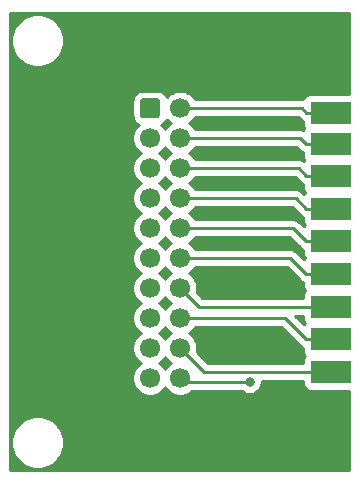
<source format=gbr>
%TF.GenerationSoftware,KiCad,Pcbnew,(5.1.9)-1*%
%TF.CreationDate,2021-07-27T13:58:59-04:00*%
%TF.ProjectId,Amiga2MacFloppy,416d6967-6132-44d6-9163-466c6f707079,1.0*%
%TF.SameCoordinates,Original*%
%TF.FileFunction,Copper,L2,Bot*%
%TF.FilePolarity,Positive*%
%FSLAX46Y46*%
G04 Gerber Fmt 4.6, Leading zero omitted, Abs format (unit mm)*
G04 Created by KiCad (PCBNEW (5.1.9)-1) date 2021-07-27 13:58:59*
%MOMM*%
%LPD*%
G01*
G04 APERTURE LIST*
%TA.AperFunction,SMDPad,CuDef*%
%ADD10R,3.480000X1.846667*%
%TD*%
%TA.AperFunction,ComponentPad*%
%ADD11C,1.700000*%
%TD*%
%TA.AperFunction,ViaPad*%
%ADD12C,0.800000*%
%TD*%
%TA.AperFunction,Conductor*%
%ADD13C,0.250000*%
%TD*%
%TA.AperFunction,NonConductor*%
%ADD14C,0.254000*%
%TD*%
%TA.AperFunction,NonConductor*%
%ADD15C,0.100000*%
%TD*%
G04 APERTURE END LIST*
D10*
%TO.P,J1 DB19F,11*%
%TO.N,PH0*%
X158268000Y-97271000D03*
%TO.P,J1 DB19F,12*%
%TO.N,DIR*%
X158268000Y-99945000D03*
%TO.P,J1 DB19F,13*%
%TO.N,PH2*%
X158268000Y-102605000D03*
%TO.P,J1 DB19F,14*%
%TO.N,PH3*%
X158268000Y-105404000D03*
%TO.P,J1 DB19F,15*%
%TO.N,_DKWE*%
X158268000Y-108174000D03*
%TO.P,J1 DB19F,16*%
%TO.N,SEL*%
X158268000Y-110944000D03*
%TO.P,J1 DB19F,17*%
%TO.N,_ENABLE*%
X158268000Y-113714000D03*
%TO.P,J1 DB19F,18*%
%TO.N,RD*%
X158268000Y-116484000D03*
%TO.P,J1 DB19F,19*%
%TO.N,WR*%
X158268000Y-119254000D03*
%TD*%
D11*
%TO.P,J2 IDC 2x10,20*%
%TO.N,PWM*%
X145508000Y-119753000D03*
%TO.P,J2 IDC 2x10,18*%
%TO.N,WR*%
X145508000Y-117213000D03*
%TO.P,J2 IDC 2x10,16*%
%TO.N,RD*%
X145508000Y-114673000D03*
%TO.P,J2 IDC 2x10,14*%
%TO.N,_ENABLE*%
X145508000Y-112133000D03*
%TO.P,J2 IDC 2x10,12*%
%TO.N,SEL*%
X145508000Y-109593000D03*
%TO.P,J2 IDC 2x10,10*%
%TO.N,_DKWE*%
X145508000Y-107053000D03*
%TO.P,J2 IDC 2x10,8*%
%TO.N,PH3*%
X145508000Y-104513000D03*
%TO.P,J2 IDC 2x10,6*%
%TO.N,PH2*%
X145508000Y-101973000D03*
%TO.P,J2 IDC 2x10,4*%
%TO.N,DIR*%
X145508000Y-99433000D03*
%TO.P,J2 IDC 2x10,2*%
%TO.N,PH0*%
X145508000Y-96893000D03*
%TO.P,J2 IDC 2x10,19*%
%TO.N,N/C*%
X142968000Y-119753000D03*
%TO.P,J2 IDC 2x10,17*%
X142968000Y-117213000D03*
%TO.P,J2 IDC 2x10,15*%
%TO.N,+12V*%
X142968000Y-114673000D03*
%TO.P,J2 IDC 2x10,13*%
X142968000Y-112133000D03*
%TO.P,J2 IDC 2x10,11*%
%TO.N,+5V*%
X142968000Y-109593000D03*
%TO.P,J2 IDC 2x10,9*%
%TO.N,N/C*%
X142968000Y-107053000D03*
%TO.P,J2 IDC 2x10,7*%
%TO.N,GND*%
X142968000Y-104513000D03*
%TO.P,J2 IDC 2x10,5*%
X142968000Y-101973000D03*
%TO.P,J2 IDC 2x10,3*%
X142968000Y-99433000D03*
%TO.P,J2 IDC 2x10,1*%
%TA.AperFunction,ComponentPad*%
G36*
G01*
X142118000Y-97493000D02*
X142118000Y-96293000D01*
G75*
G02*
X142368000Y-96043000I250000J0D01*
G01*
X143568000Y-96043000D01*
G75*
G02*
X143818000Y-96293000I0J-250000D01*
G01*
X143818000Y-97493000D01*
G75*
G02*
X143568000Y-97743000I-250000J0D01*
G01*
X142368000Y-97743000D01*
G75*
G02*
X142118000Y-97493000I0J250000D01*
G01*
G37*
%TD.AperFunction*%
%TD*%
D12*
%TO.N,PWM*%
X151401900Y-120072700D03*
%TD*%
D13*
%TO.N,DIR*%
X158268000Y-99945000D02*
X156202700Y-99945000D01*
X145508000Y-99433000D02*
X155690700Y-99433000D01*
X155690700Y-99433000D02*
X156202700Y-99945000D01*
%TO.N,_DKWE*%
X158268000Y-108174000D02*
X156202700Y-108174000D01*
X145508000Y-107053000D02*
X155081700Y-107053000D01*
X155081700Y-107053000D02*
X156202700Y-108174000D01*
%TO.N,WR*%
X145508000Y-117213000D02*
X147549000Y-119254000D01*
X147549000Y-119254000D02*
X158268000Y-119254000D01*
%TO.N,RD*%
X158268000Y-116484000D02*
X156202700Y-116484000D01*
X145508000Y-114673000D02*
X154391700Y-114673000D01*
X154391700Y-114673000D02*
X156202700Y-116484000D01*
%TO.N,PWM*%
X145508000Y-119753000D02*
X145827700Y-120072700D01*
X145827700Y-120072700D02*
X151401900Y-120072700D01*
%TO.N,PH0*%
X158268000Y-97271000D02*
X156202700Y-97271000D01*
X145508000Y-96893000D02*
X155824700Y-96893000D01*
X155824700Y-96893000D02*
X156202700Y-97271000D01*
%TO.N,SEL*%
X158268000Y-110944000D02*
X156202700Y-110944000D01*
X145508000Y-109593000D02*
X154851700Y-109593000D01*
X154851700Y-109593000D02*
X156202700Y-110944000D01*
%TO.N,PH3*%
X158268000Y-105404000D02*
X156202700Y-105404000D01*
X145508000Y-104513000D02*
X155311700Y-104513000D01*
X155311700Y-104513000D02*
X156202700Y-105404000D01*
%TO.N,PH2*%
X158268000Y-102605000D02*
X156202700Y-102605000D01*
X145508000Y-101973000D02*
X155570700Y-101973000D01*
X155570700Y-101973000D02*
X156202700Y-102605000D01*
%TO.N,_ENABLE*%
X145508000Y-112133000D02*
X147089000Y-113714000D01*
X147089000Y-113714000D02*
X158268000Y-113714000D01*
%TD*%
D14*
X159807760Y-95709595D02*
X156528000Y-95709595D01*
X156403518Y-95721855D01*
X156283820Y-95758165D01*
X156173506Y-95817130D01*
X156076815Y-95896482D01*
X155997463Y-95993173D01*
X155938498Y-96103487D01*
X155927587Y-96139457D01*
X155862033Y-96133000D01*
X155862022Y-96133000D01*
X155824700Y-96129324D01*
X155787378Y-96133000D01*
X146786178Y-96133000D01*
X146661475Y-95946368D01*
X146454632Y-95739525D01*
X146211411Y-95577010D01*
X145941158Y-95465068D01*
X145654260Y-95408000D01*
X145361740Y-95408000D01*
X145074842Y-95465068D01*
X144804589Y-95577010D01*
X144561368Y-95739525D01*
X144374285Y-95926608D01*
X144306405Y-95799614D01*
X144195962Y-95665038D01*
X144061386Y-95554595D01*
X143907850Y-95472528D01*
X143741254Y-95421992D01*
X143568000Y-95404928D01*
X142368000Y-95404928D01*
X142194746Y-95421992D01*
X142028150Y-95472528D01*
X141874614Y-95554595D01*
X141740038Y-95665038D01*
X141629595Y-95799614D01*
X141547528Y-95953150D01*
X141496992Y-96119746D01*
X141479928Y-96293000D01*
X141479928Y-97493000D01*
X141496992Y-97666254D01*
X141547528Y-97832850D01*
X141629595Y-97986386D01*
X141740038Y-98120962D01*
X141874614Y-98231405D01*
X142001608Y-98299285D01*
X141814525Y-98486368D01*
X141652010Y-98729589D01*
X141540068Y-98999842D01*
X141483000Y-99286740D01*
X141483000Y-99579260D01*
X141540068Y-99866158D01*
X141652010Y-100136411D01*
X141814525Y-100379632D01*
X142021368Y-100586475D01*
X142195760Y-100703000D01*
X142021368Y-100819525D01*
X141814525Y-101026368D01*
X141652010Y-101269589D01*
X141540068Y-101539842D01*
X141483000Y-101826740D01*
X141483000Y-102119260D01*
X141540068Y-102406158D01*
X141652010Y-102676411D01*
X141814525Y-102919632D01*
X142021368Y-103126475D01*
X142195760Y-103243000D01*
X142021368Y-103359525D01*
X141814525Y-103566368D01*
X141652010Y-103809589D01*
X141540068Y-104079842D01*
X141483000Y-104366740D01*
X141483000Y-104659260D01*
X141540068Y-104946158D01*
X141652010Y-105216411D01*
X141814525Y-105459632D01*
X142021368Y-105666475D01*
X142195760Y-105783000D01*
X142021368Y-105899525D01*
X141814525Y-106106368D01*
X141652010Y-106349589D01*
X141540068Y-106619842D01*
X141483000Y-106906740D01*
X141483000Y-107199260D01*
X141540068Y-107486158D01*
X141652010Y-107756411D01*
X141814525Y-107999632D01*
X142021368Y-108206475D01*
X142195760Y-108323000D01*
X142021368Y-108439525D01*
X141814525Y-108646368D01*
X141652010Y-108889589D01*
X141540068Y-109159842D01*
X141483000Y-109446740D01*
X141483000Y-109739260D01*
X141540068Y-110026158D01*
X141652010Y-110296411D01*
X141814525Y-110539632D01*
X142021368Y-110746475D01*
X142195760Y-110863000D01*
X142021368Y-110979525D01*
X141814525Y-111186368D01*
X141652010Y-111429589D01*
X141540068Y-111699842D01*
X141483000Y-111986740D01*
X141483000Y-112279260D01*
X141540068Y-112566158D01*
X141652010Y-112836411D01*
X141814525Y-113079632D01*
X142021368Y-113286475D01*
X142195760Y-113403000D01*
X142021368Y-113519525D01*
X141814525Y-113726368D01*
X141652010Y-113969589D01*
X141540068Y-114239842D01*
X141483000Y-114526740D01*
X141483000Y-114819260D01*
X141540068Y-115106158D01*
X141652010Y-115376411D01*
X141814525Y-115619632D01*
X142021368Y-115826475D01*
X142195760Y-115943000D01*
X142021368Y-116059525D01*
X141814525Y-116266368D01*
X141652010Y-116509589D01*
X141540068Y-116779842D01*
X141483000Y-117066740D01*
X141483000Y-117359260D01*
X141540068Y-117646158D01*
X141652010Y-117916411D01*
X141814525Y-118159632D01*
X142021368Y-118366475D01*
X142195760Y-118483000D01*
X142021368Y-118599525D01*
X141814525Y-118806368D01*
X141652010Y-119049589D01*
X141540068Y-119319842D01*
X141483000Y-119606740D01*
X141483000Y-119899260D01*
X141540068Y-120186158D01*
X141652010Y-120456411D01*
X141814525Y-120699632D01*
X142021368Y-120906475D01*
X142264589Y-121068990D01*
X142534842Y-121180932D01*
X142821740Y-121238000D01*
X143114260Y-121238000D01*
X143401158Y-121180932D01*
X143671411Y-121068990D01*
X143914632Y-120906475D01*
X144121475Y-120699632D01*
X144238000Y-120525240D01*
X144354525Y-120699632D01*
X144561368Y-120906475D01*
X144804589Y-121068990D01*
X145074842Y-121180932D01*
X145361740Y-121238000D01*
X145654260Y-121238000D01*
X145941158Y-121180932D01*
X146211411Y-121068990D01*
X146454632Y-120906475D01*
X146528407Y-120832700D01*
X150698189Y-120832700D01*
X150742126Y-120876637D01*
X150911644Y-120989905D01*
X151100002Y-121067926D01*
X151299961Y-121107700D01*
X151503839Y-121107700D01*
X151703798Y-121067926D01*
X151892156Y-120989905D01*
X152061674Y-120876637D01*
X152205837Y-120732474D01*
X152319105Y-120562956D01*
X152397126Y-120374598D01*
X152436900Y-120174639D01*
X152436900Y-120014000D01*
X155889928Y-120014000D01*
X155889928Y-120177333D01*
X155902188Y-120301815D01*
X155938498Y-120421513D01*
X155997463Y-120531827D01*
X156076815Y-120628518D01*
X156173506Y-120707870D01*
X156283820Y-120766835D01*
X156403518Y-120803145D01*
X156528000Y-120815405D01*
X159807761Y-120815405D01*
X159807761Y-127532960D01*
X131127760Y-127532960D01*
X131127760Y-124972872D01*
X131233000Y-124972872D01*
X131233000Y-125413128D01*
X131318890Y-125844925D01*
X131487369Y-126251669D01*
X131731962Y-126617729D01*
X132043271Y-126929038D01*
X132409331Y-127173631D01*
X132816075Y-127342110D01*
X133247872Y-127428000D01*
X133688128Y-127428000D01*
X134119925Y-127342110D01*
X134526669Y-127173631D01*
X134892729Y-126929038D01*
X135204038Y-126617729D01*
X135448631Y-126251669D01*
X135617110Y-125844925D01*
X135703000Y-125413128D01*
X135703000Y-124972872D01*
X135617110Y-124541075D01*
X135448631Y-124134331D01*
X135204038Y-123768271D01*
X134892729Y-123456962D01*
X134526669Y-123212369D01*
X134119925Y-123043890D01*
X133688128Y-122958000D01*
X133247872Y-122958000D01*
X132816075Y-123043890D01*
X132409331Y-123212369D01*
X132043271Y-123456962D01*
X131731962Y-123768271D01*
X131487369Y-124134331D01*
X131318890Y-124541075D01*
X131233000Y-124972872D01*
X131127760Y-124972872D01*
X131127760Y-90972872D01*
X131233000Y-90972872D01*
X131233000Y-91413128D01*
X131318890Y-91844925D01*
X131487369Y-92251669D01*
X131731962Y-92617729D01*
X132043271Y-92929038D01*
X132409331Y-93173631D01*
X132816075Y-93342110D01*
X133247872Y-93428000D01*
X133688128Y-93428000D01*
X134119925Y-93342110D01*
X134526669Y-93173631D01*
X134892729Y-92929038D01*
X135204038Y-92617729D01*
X135448631Y-92251669D01*
X135617110Y-91844925D01*
X135703000Y-91413128D01*
X135703000Y-90972872D01*
X135617110Y-90541075D01*
X135448631Y-90134331D01*
X135204038Y-89768271D01*
X134892729Y-89456962D01*
X134526669Y-89212369D01*
X134119925Y-89043890D01*
X133688128Y-88958000D01*
X133247872Y-88958000D01*
X132816075Y-89043890D01*
X132409331Y-89212369D01*
X132043271Y-89456962D01*
X131731962Y-89768271D01*
X131487369Y-90134331D01*
X131318890Y-90541075D01*
X131233000Y-90972872D01*
X131127760Y-90972872D01*
X131127760Y-88852960D01*
X159807760Y-88852960D01*
X159807760Y-95709595D01*
%TA.AperFunction,NonConductor*%
D15*
G36*
X159807760Y-95709595D02*
G01*
X156528000Y-95709595D01*
X156403518Y-95721855D01*
X156283820Y-95758165D01*
X156173506Y-95817130D01*
X156076815Y-95896482D01*
X155997463Y-95993173D01*
X155938498Y-96103487D01*
X155927587Y-96139457D01*
X155862033Y-96133000D01*
X155862022Y-96133000D01*
X155824700Y-96129324D01*
X155787378Y-96133000D01*
X146786178Y-96133000D01*
X146661475Y-95946368D01*
X146454632Y-95739525D01*
X146211411Y-95577010D01*
X145941158Y-95465068D01*
X145654260Y-95408000D01*
X145361740Y-95408000D01*
X145074842Y-95465068D01*
X144804589Y-95577010D01*
X144561368Y-95739525D01*
X144374285Y-95926608D01*
X144306405Y-95799614D01*
X144195962Y-95665038D01*
X144061386Y-95554595D01*
X143907850Y-95472528D01*
X143741254Y-95421992D01*
X143568000Y-95404928D01*
X142368000Y-95404928D01*
X142194746Y-95421992D01*
X142028150Y-95472528D01*
X141874614Y-95554595D01*
X141740038Y-95665038D01*
X141629595Y-95799614D01*
X141547528Y-95953150D01*
X141496992Y-96119746D01*
X141479928Y-96293000D01*
X141479928Y-97493000D01*
X141496992Y-97666254D01*
X141547528Y-97832850D01*
X141629595Y-97986386D01*
X141740038Y-98120962D01*
X141874614Y-98231405D01*
X142001608Y-98299285D01*
X141814525Y-98486368D01*
X141652010Y-98729589D01*
X141540068Y-98999842D01*
X141483000Y-99286740D01*
X141483000Y-99579260D01*
X141540068Y-99866158D01*
X141652010Y-100136411D01*
X141814525Y-100379632D01*
X142021368Y-100586475D01*
X142195760Y-100703000D01*
X142021368Y-100819525D01*
X141814525Y-101026368D01*
X141652010Y-101269589D01*
X141540068Y-101539842D01*
X141483000Y-101826740D01*
X141483000Y-102119260D01*
X141540068Y-102406158D01*
X141652010Y-102676411D01*
X141814525Y-102919632D01*
X142021368Y-103126475D01*
X142195760Y-103243000D01*
X142021368Y-103359525D01*
X141814525Y-103566368D01*
X141652010Y-103809589D01*
X141540068Y-104079842D01*
X141483000Y-104366740D01*
X141483000Y-104659260D01*
X141540068Y-104946158D01*
X141652010Y-105216411D01*
X141814525Y-105459632D01*
X142021368Y-105666475D01*
X142195760Y-105783000D01*
X142021368Y-105899525D01*
X141814525Y-106106368D01*
X141652010Y-106349589D01*
X141540068Y-106619842D01*
X141483000Y-106906740D01*
X141483000Y-107199260D01*
X141540068Y-107486158D01*
X141652010Y-107756411D01*
X141814525Y-107999632D01*
X142021368Y-108206475D01*
X142195760Y-108323000D01*
X142021368Y-108439525D01*
X141814525Y-108646368D01*
X141652010Y-108889589D01*
X141540068Y-109159842D01*
X141483000Y-109446740D01*
X141483000Y-109739260D01*
X141540068Y-110026158D01*
X141652010Y-110296411D01*
X141814525Y-110539632D01*
X142021368Y-110746475D01*
X142195760Y-110863000D01*
X142021368Y-110979525D01*
X141814525Y-111186368D01*
X141652010Y-111429589D01*
X141540068Y-111699842D01*
X141483000Y-111986740D01*
X141483000Y-112279260D01*
X141540068Y-112566158D01*
X141652010Y-112836411D01*
X141814525Y-113079632D01*
X142021368Y-113286475D01*
X142195760Y-113403000D01*
X142021368Y-113519525D01*
X141814525Y-113726368D01*
X141652010Y-113969589D01*
X141540068Y-114239842D01*
X141483000Y-114526740D01*
X141483000Y-114819260D01*
X141540068Y-115106158D01*
X141652010Y-115376411D01*
X141814525Y-115619632D01*
X142021368Y-115826475D01*
X142195760Y-115943000D01*
X142021368Y-116059525D01*
X141814525Y-116266368D01*
X141652010Y-116509589D01*
X141540068Y-116779842D01*
X141483000Y-117066740D01*
X141483000Y-117359260D01*
X141540068Y-117646158D01*
X141652010Y-117916411D01*
X141814525Y-118159632D01*
X142021368Y-118366475D01*
X142195760Y-118483000D01*
X142021368Y-118599525D01*
X141814525Y-118806368D01*
X141652010Y-119049589D01*
X141540068Y-119319842D01*
X141483000Y-119606740D01*
X141483000Y-119899260D01*
X141540068Y-120186158D01*
X141652010Y-120456411D01*
X141814525Y-120699632D01*
X142021368Y-120906475D01*
X142264589Y-121068990D01*
X142534842Y-121180932D01*
X142821740Y-121238000D01*
X143114260Y-121238000D01*
X143401158Y-121180932D01*
X143671411Y-121068990D01*
X143914632Y-120906475D01*
X144121475Y-120699632D01*
X144238000Y-120525240D01*
X144354525Y-120699632D01*
X144561368Y-120906475D01*
X144804589Y-121068990D01*
X145074842Y-121180932D01*
X145361740Y-121238000D01*
X145654260Y-121238000D01*
X145941158Y-121180932D01*
X146211411Y-121068990D01*
X146454632Y-120906475D01*
X146528407Y-120832700D01*
X150698189Y-120832700D01*
X150742126Y-120876637D01*
X150911644Y-120989905D01*
X151100002Y-121067926D01*
X151299961Y-121107700D01*
X151503839Y-121107700D01*
X151703798Y-121067926D01*
X151892156Y-120989905D01*
X152061674Y-120876637D01*
X152205837Y-120732474D01*
X152319105Y-120562956D01*
X152397126Y-120374598D01*
X152436900Y-120174639D01*
X152436900Y-120014000D01*
X155889928Y-120014000D01*
X155889928Y-120177333D01*
X155902188Y-120301815D01*
X155938498Y-120421513D01*
X155997463Y-120531827D01*
X156076815Y-120628518D01*
X156173506Y-120707870D01*
X156283820Y-120766835D01*
X156403518Y-120803145D01*
X156528000Y-120815405D01*
X159807761Y-120815405D01*
X159807761Y-127532960D01*
X131127760Y-127532960D01*
X131127760Y-124972872D01*
X131233000Y-124972872D01*
X131233000Y-125413128D01*
X131318890Y-125844925D01*
X131487369Y-126251669D01*
X131731962Y-126617729D01*
X132043271Y-126929038D01*
X132409331Y-127173631D01*
X132816075Y-127342110D01*
X133247872Y-127428000D01*
X133688128Y-127428000D01*
X134119925Y-127342110D01*
X134526669Y-127173631D01*
X134892729Y-126929038D01*
X135204038Y-126617729D01*
X135448631Y-126251669D01*
X135617110Y-125844925D01*
X135703000Y-125413128D01*
X135703000Y-124972872D01*
X135617110Y-124541075D01*
X135448631Y-124134331D01*
X135204038Y-123768271D01*
X134892729Y-123456962D01*
X134526669Y-123212369D01*
X134119925Y-123043890D01*
X133688128Y-122958000D01*
X133247872Y-122958000D01*
X132816075Y-123043890D01*
X132409331Y-123212369D01*
X132043271Y-123456962D01*
X131731962Y-123768271D01*
X131487369Y-124134331D01*
X131318890Y-124541075D01*
X131233000Y-124972872D01*
X131127760Y-124972872D01*
X131127760Y-90972872D01*
X131233000Y-90972872D01*
X131233000Y-91413128D01*
X131318890Y-91844925D01*
X131487369Y-92251669D01*
X131731962Y-92617729D01*
X132043271Y-92929038D01*
X132409331Y-93173631D01*
X132816075Y-93342110D01*
X133247872Y-93428000D01*
X133688128Y-93428000D01*
X134119925Y-93342110D01*
X134526669Y-93173631D01*
X134892729Y-92929038D01*
X135204038Y-92617729D01*
X135448631Y-92251669D01*
X135617110Y-91844925D01*
X135703000Y-91413128D01*
X135703000Y-90972872D01*
X135617110Y-90541075D01*
X135448631Y-90134331D01*
X135204038Y-89768271D01*
X134892729Y-89456962D01*
X134526669Y-89212369D01*
X134119925Y-89043890D01*
X133688128Y-88958000D01*
X133247872Y-88958000D01*
X132816075Y-89043890D01*
X132409331Y-89212369D01*
X132043271Y-89456962D01*
X131731962Y-89768271D01*
X131487369Y-90134331D01*
X131318890Y-90541075D01*
X131233000Y-90972872D01*
X131127760Y-90972872D01*
X131127760Y-88852960D01*
X159807760Y-88852960D01*
X159807760Y-95709595D01*
G37*
%TD.AperFunction*%
D14*
X144354525Y-118159632D02*
X144561368Y-118366475D01*
X144735760Y-118483000D01*
X144561368Y-118599525D01*
X144354525Y-118806368D01*
X144238000Y-118980760D01*
X144121475Y-118806368D01*
X143914632Y-118599525D01*
X143740240Y-118483000D01*
X143914632Y-118366475D01*
X144121475Y-118159632D01*
X144238000Y-117985240D01*
X144354525Y-118159632D01*
%TA.AperFunction,NonConductor*%
D15*
G36*
X144354525Y-118159632D02*
G01*
X144561368Y-118366475D01*
X144735760Y-118483000D01*
X144561368Y-118599525D01*
X144354525Y-118806368D01*
X144238000Y-118980760D01*
X144121475Y-118806368D01*
X143914632Y-118599525D01*
X143740240Y-118483000D01*
X143914632Y-118366475D01*
X144121475Y-118159632D01*
X144238000Y-117985240D01*
X144354525Y-118159632D01*
G37*
%TD.AperFunction*%
D14*
X155638901Y-116995003D02*
X155662699Y-117024001D01*
X155778424Y-117118974D01*
X155889928Y-117178575D01*
X155889928Y-117407333D01*
X155902188Y-117531815D01*
X155938498Y-117651513D01*
X155997463Y-117761827D01*
X156076815Y-117858518D01*
X156089587Y-117869000D01*
X156076815Y-117879482D01*
X155997463Y-117976173D01*
X155938498Y-118086487D01*
X155902188Y-118206185D01*
X155889928Y-118330667D01*
X155889928Y-118494000D01*
X147863802Y-118494000D01*
X146949209Y-117579408D01*
X146993000Y-117359260D01*
X146993000Y-117066740D01*
X146935932Y-116779842D01*
X146823990Y-116509589D01*
X146661475Y-116266368D01*
X146454632Y-116059525D01*
X146280240Y-115943000D01*
X146454632Y-115826475D01*
X146661475Y-115619632D01*
X146786178Y-115433000D01*
X154076899Y-115433000D01*
X155638901Y-116995003D01*
%TA.AperFunction,NonConductor*%
D15*
G36*
X155638901Y-116995003D02*
G01*
X155662699Y-117024001D01*
X155778424Y-117118974D01*
X155889928Y-117178575D01*
X155889928Y-117407333D01*
X155902188Y-117531815D01*
X155938498Y-117651513D01*
X155997463Y-117761827D01*
X156076815Y-117858518D01*
X156089587Y-117869000D01*
X156076815Y-117879482D01*
X155997463Y-117976173D01*
X155938498Y-118086487D01*
X155902188Y-118206185D01*
X155889928Y-118330667D01*
X155889928Y-118494000D01*
X147863802Y-118494000D01*
X146949209Y-117579408D01*
X146993000Y-117359260D01*
X146993000Y-117066740D01*
X146935932Y-116779842D01*
X146823990Y-116509589D01*
X146661475Y-116266368D01*
X146454632Y-116059525D01*
X146280240Y-115943000D01*
X146454632Y-115826475D01*
X146661475Y-115619632D01*
X146786178Y-115433000D01*
X154076899Y-115433000D01*
X155638901Y-116995003D01*
G37*
%TD.AperFunction*%
D14*
X144354525Y-115619632D02*
X144561368Y-115826475D01*
X144735760Y-115943000D01*
X144561368Y-116059525D01*
X144354525Y-116266368D01*
X144238000Y-116440760D01*
X144121475Y-116266368D01*
X143914632Y-116059525D01*
X143740240Y-115943000D01*
X143914632Y-115826475D01*
X144121475Y-115619632D01*
X144238000Y-115445240D01*
X144354525Y-115619632D01*
%TA.AperFunction,NonConductor*%
D15*
G36*
X144354525Y-115619632D02*
G01*
X144561368Y-115826475D01*
X144735760Y-115943000D01*
X144561368Y-116059525D01*
X144354525Y-116266368D01*
X144238000Y-116440760D01*
X144121475Y-116266368D01*
X143914632Y-116059525D01*
X143740240Y-115943000D01*
X143914632Y-115826475D01*
X144121475Y-115619632D01*
X144238000Y-115445240D01*
X144354525Y-115619632D01*
G37*
%TD.AperFunction*%
D14*
X155889928Y-114637333D02*
X155902188Y-114761815D01*
X155938498Y-114881513D01*
X155997463Y-114991827D01*
X156076815Y-115088518D01*
X156089587Y-115099000D01*
X156076815Y-115109482D01*
X155998460Y-115204958D01*
X155267501Y-114474000D01*
X155889928Y-114474000D01*
X155889928Y-114637333D01*
%TA.AperFunction,NonConductor*%
D15*
G36*
X155889928Y-114637333D02*
G01*
X155902188Y-114761815D01*
X155938498Y-114881513D01*
X155997463Y-114991827D01*
X156076815Y-115088518D01*
X156089587Y-115099000D01*
X156076815Y-115109482D01*
X155998460Y-115204958D01*
X155267501Y-114474000D01*
X155889928Y-114474000D01*
X155889928Y-114637333D01*
G37*
%TD.AperFunction*%
D14*
X144354525Y-113079632D02*
X144561368Y-113286475D01*
X144735760Y-113403000D01*
X144561368Y-113519525D01*
X144354525Y-113726368D01*
X144238000Y-113900760D01*
X144121475Y-113726368D01*
X143914632Y-113519525D01*
X143740240Y-113403000D01*
X143914632Y-113286475D01*
X144121475Y-113079632D01*
X144238000Y-112905240D01*
X144354525Y-113079632D01*
%TA.AperFunction,NonConductor*%
D15*
G36*
X144354525Y-113079632D02*
G01*
X144561368Y-113286475D01*
X144735760Y-113403000D01*
X144561368Y-113519525D01*
X144354525Y-113726368D01*
X144238000Y-113900760D01*
X144121475Y-113726368D01*
X143914632Y-113519525D01*
X143740240Y-113403000D01*
X143914632Y-113286475D01*
X144121475Y-113079632D01*
X144238000Y-112905240D01*
X144354525Y-113079632D01*
G37*
%TD.AperFunction*%
D14*
X155638901Y-111455003D02*
X155662699Y-111484001D01*
X155691697Y-111507799D01*
X155778424Y-111578974D01*
X155889928Y-111638575D01*
X155889928Y-111867333D01*
X155902188Y-111991815D01*
X155938498Y-112111513D01*
X155997463Y-112221827D01*
X156076815Y-112318518D01*
X156089587Y-112329000D01*
X156076815Y-112339482D01*
X155997463Y-112436173D01*
X155938498Y-112546487D01*
X155902188Y-112666185D01*
X155889928Y-112790667D01*
X155889928Y-112954000D01*
X147403802Y-112954000D01*
X146949210Y-112499408D01*
X146993000Y-112279260D01*
X146993000Y-111986740D01*
X146935932Y-111699842D01*
X146823990Y-111429589D01*
X146661475Y-111186368D01*
X146454632Y-110979525D01*
X146280240Y-110863000D01*
X146454632Y-110746475D01*
X146661475Y-110539632D01*
X146786178Y-110353000D01*
X154536899Y-110353000D01*
X155638901Y-111455003D01*
%TA.AperFunction,NonConductor*%
D15*
G36*
X155638901Y-111455003D02*
G01*
X155662699Y-111484001D01*
X155691697Y-111507799D01*
X155778424Y-111578974D01*
X155889928Y-111638575D01*
X155889928Y-111867333D01*
X155902188Y-111991815D01*
X155938498Y-112111513D01*
X155997463Y-112221827D01*
X156076815Y-112318518D01*
X156089587Y-112329000D01*
X156076815Y-112339482D01*
X155997463Y-112436173D01*
X155938498Y-112546487D01*
X155902188Y-112666185D01*
X155889928Y-112790667D01*
X155889928Y-112954000D01*
X147403802Y-112954000D01*
X146949210Y-112499408D01*
X146993000Y-112279260D01*
X146993000Y-111986740D01*
X146935932Y-111699842D01*
X146823990Y-111429589D01*
X146661475Y-111186368D01*
X146454632Y-110979525D01*
X146280240Y-110863000D01*
X146454632Y-110746475D01*
X146661475Y-110539632D01*
X146786178Y-110353000D01*
X154536899Y-110353000D01*
X155638901Y-111455003D01*
G37*
%TD.AperFunction*%
D14*
X144354525Y-110539632D02*
X144561368Y-110746475D01*
X144735760Y-110863000D01*
X144561368Y-110979525D01*
X144354525Y-111186368D01*
X144238000Y-111360760D01*
X144121475Y-111186368D01*
X143914632Y-110979525D01*
X143740240Y-110863000D01*
X143914632Y-110746475D01*
X144121475Y-110539632D01*
X144238000Y-110365240D01*
X144354525Y-110539632D01*
%TA.AperFunction,NonConductor*%
D15*
G36*
X144354525Y-110539632D02*
G01*
X144561368Y-110746475D01*
X144735760Y-110863000D01*
X144561368Y-110979525D01*
X144354525Y-111186368D01*
X144238000Y-111360760D01*
X144121475Y-111186368D01*
X143914632Y-110979525D01*
X143740240Y-110863000D01*
X143914632Y-110746475D01*
X144121475Y-110539632D01*
X144238000Y-110365240D01*
X144354525Y-110539632D01*
G37*
%TD.AperFunction*%
D14*
X155638905Y-108685008D02*
X155662699Y-108714001D01*
X155691692Y-108737795D01*
X155691696Y-108737799D01*
X155762385Y-108795811D01*
X155778424Y-108808974D01*
X155889928Y-108868575D01*
X155889928Y-109097333D01*
X155902188Y-109221815D01*
X155938498Y-109341513D01*
X155997463Y-109451827D01*
X156076815Y-109548518D01*
X156089587Y-109559000D01*
X156076815Y-109569482D01*
X155998460Y-109664958D01*
X155415504Y-109082003D01*
X155391701Y-109052999D01*
X155275976Y-108958026D01*
X155143947Y-108887454D01*
X155000686Y-108843997D01*
X154889033Y-108833000D01*
X154889022Y-108833000D01*
X154851700Y-108829324D01*
X154814378Y-108833000D01*
X146786178Y-108833000D01*
X146661475Y-108646368D01*
X146454632Y-108439525D01*
X146280240Y-108323000D01*
X146454632Y-108206475D01*
X146661475Y-107999632D01*
X146786178Y-107813000D01*
X154766899Y-107813000D01*
X155638905Y-108685008D01*
%TA.AperFunction,NonConductor*%
D15*
G36*
X155638905Y-108685008D02*
G01*
X155662699Y-108714001D01*
X155691692Y-108737795D01*
X155691696Y-108737799D01*
X155762385Y-108795811D01*
X155778424Y-108808974D01*
X155889928Y-108868575D01*
X155889928Y-109097333D01*
X155902188Y-109221815D01*
X155938498Y-109341513D01*
X155997463Y-109451827D01*
X156076815Y-109548518D01*
X156089587Y-109559000D01*
X156076815Y-109569482D01*
X155998460Y-109664958D01*
X155415504Y-109082003D01*
X155391701Y-109052999D01*
X155275976Y-108958026D01*
X155143947Y-108887454D01*
X155000686Y-108843997D01*
X154889033Y-108833000D01*
X154889022Y-108833000D01*
X154851700Y-108829324D01*
X154814378Y-108833000D01*
X146786178Y-108833000D01*
X146661475Y-108646368D01*
X146454632Y-108439525D01*
X146280240Y-108323000D01*
X146454632Y-108206475D01*
X146661475Y-107999632D01*
X146786178Y-107813000D01*
X154766899Y-107813000D01*
X155638905Y-108685008D01*
G37*
%TD.AperFunction*%
D14*
X144354525Y-107999632D02*
X144561368Y-108206475D01*
X144735760Y-108323000D01*
X144561368Y-108439525D01*
X144354525Y-108646368D01*
X144238000Y-108820760D01*
X144121475Y-108646368D01*
X143914632Y-108439525D01*
X143740240Y-108323000D01*
X143914632Y-108206475D01*
X144121475Y-107999632D01*
X144238000Y-107825240D01*
X144354525Y-107999632D01*
%TA.AperFunction,NonConductor*%
D15*
G36*
X144354525Y-107999632D02*
G01*
X144561368Y-108206475D01*
X144735760Y-108323000D01*
X144561368Y-108439525D01*
X144354525Y-108646368D01*
X144238000Y-108820760D01*
X144121475Y-108646368D01*
X143914632Y-108439525D01*
X143740240Y-108323000D01*
X143914632Y-108206475D01*
X144121475Y-107999632D01*
X144238000Y-107825240D01*
X144354525Y-107999632D01*
G37*
%TD.AperFunction*%
D14*
X155638901Y-105915003D02*
X155662699Y-105944001D01*
X155778424Y-106038974D01*
X155889928Y-106098575D01*
X155889928Y-106327333D01*
X155902188Y-106451815D01*
X155938498Y-106571513D01*
X155997463Y-106681827D01*
X156076815Y-106778518D01*
X156089587Y-106789000D01*
X156076815Y-106799482D01*
X155998460Y-106894958D01*
X155645503Y-106542002D01*
X155621701Y-106512999D01*
X155505976Y-106418026D01*
X155373947Y-106347454D01*
X155230686Y-106303997D01*
X155119033Y-106293000D01*
X155119022Y-106293000D01*
X155081700Y-106289324D01*
X155044378Y-106293000D01*
X146786178Y-106293000D01*
X146661475Y-106106368D01*
X146454632Y-105899525D01*
X146280240Y-105783000D01*
X146454632Y-105666475D01*
X146661475Y-105459632D01*
X146786178Y-105273000D01*
X154996899Y-105273000D01*
X155638901Y-105915003D01*
%TA.AperFunction,NonConductor*%
D15*
G36*
X155638901Y-105915003D02*
G01*
X155662699Y-105944001D01*
X155778424Y-106038974D01*
X155889928Y-106098575D01*
X155889928Y-106327333D01*
X155902188Y-106451815D01*
X155938498Y-106571513D01*
X155997463Y-106681827D01*
X156076815Y-106778518D01*
X156089587Y-106789000D01*
X156076815Y-106799482D01*
X155998460Y-106894958D01*
X155645503Y-106542002D01*
X155621701Y-106512999D01*
X155505976Y-106418026D01*
X155373947Y-106347454D01*
X155230686Y-106303997D01*
X155119033Y-106293000D01*
X155119022Y-106293000D01*
X155081700Y-106289324D01*
X155044378Y-106293000D01*
X146786178Y-106293000D01*
X146661475Y-106106368D01*
X146454632Y-105899525D01*
X146280240Y-105783000D01*
X146454632Y-105666475D01*
X146661475Y-105459632D01*
X146786178Y-105273000D01*
X154996899Y-105273000D01*
X155638901Y-105915003D01*
G37*
%TD.AperFunction*%
D14*
X144354525Y-105459632D02*
X144561368Y-105666475D01*
X144735760Y-105783000D01*
X144561368Y-105899525D01*
X144354525Y-106106368D01*
X144238000Y-106280760D01*
X144121475Y-106106368D01*
X143914632Y-105899525D01*
X143740240Y-105783000D01*
X143914632Y-105666475D01*
X144121475Y-105459632D01*
X144238000Y-105285240D01*
X144354525Y-105459632D01*
%TA.AperFunction,NonConductor*%
D15*
G36*
X144354525Y-105459632D02*
G01*
X144561368Y-105666475D01*
X144735760Y-105783000D01*
X144561368Y-105899525D01*
X144354525Y-106106368D01*
X144238000Y-106280760D01*
X144121475Y-106106368D01*
X143914632Y-105899525D01*
X143740240Y-105783000D01*
X143914632Y-105666475D01*
X144121475Y-105459632D01*
X144238000Y-105285240D01*
X144354525Y-105459632D01*
G37*
%TD.AperFunction*%
D14*
X155638900Y-103116002D02*
X155662699Y-103145001D01*
X155691697Y-103168799D01*
X155778423Y-103239974D01*
X155870125Y-103288990D01*
X155889928Y-103299575D01*
X155889928Y-103528333D01*
X155902188Y-103652815D01*
X155938498Y-103772513D01*
X155997463Y-103882827D01*
X156076815Y-103979518D01*
X156107256Y-104004500D01*
X156076815Y-104029482D01*
X155998460Y-104124959D01*
X155875503Y-104002002D01*
X155851701Y-103972999D01*
X155735976Y-103878026D01*
X155603947Y-103807454D01*
X155460686Y-103763997D01*
X155349033Y-103753000D01*
X155349022Y-103753000D01*
X155311700Y-103749324D01*
X155274378Y-103753000D01*
X146786178Y-103753000D01*
X146661475Y-103566368D01*
X146454632Y-103359525D01*
X146280240Y-103243000D01*
X146454632Y-103126475D01*
X146661475Y-102919632D01*
X146786178Y-102733000D01*
X155255899Y-102733000D01*
X155638900Y-103116002D01*
%TA.AperFunction,NonConductor*%
D15*
G36*
X155638900Y-103116002D02*
G01*
X155662699Y-103145001D01*
X155691697Y-103168799D01*
X155778423Y-103239974D01*
X155870125Y-103288990D01*
X155889928Y-103299575D01*
X155889928Y-103528333D01*
X155902188Y-103652815D01*
X155938498Y-103772513D01*
X155997463Y-103882827D01*
X156076815Y-103979518D01*
X156107256Y-104004500D01*
X156076815Y-104029482D01*
X155998460Y-104124959D01*
X155875503Y-104002002D01*
X155851701Y-103972999D01*
X155735976Y-103878026D01*
X155603947Y-103807454D01*
X155460686Y-103763997D01*
X155349033Y-103753000D01*
X155349022Y-103753000D01*
X155311700Y-103749324D01*
X155274378Y-103753000D01*
X146786178Y-103753000D01*
X146661475Y-103566368D01*
X146454632Y-103359525D01*
X146280240Y-103243000D01*
X146454632Y-103126475D01*
X146661475Y-102919632D01*
X146786178Y-102733000D01*
X155255899Y-102733000D01*
X155638900Y-103116002D01*
G37*
%TD.AperFunction*%
D14*
X144354525Y-102919632D02*
X144561368Y-103126475D01*
X144735760Y-103243000D01*
X144561368Y-103359525D01*
X144354525Y-103566368D01*
X144238000Y-103740760D01*
X144121475Y-103566368D01*
X143914632Y-103359525D01*
X143740240Y-103243000D01*
X143914632Y-103126475D01*
X144121475Y-102919632D01*
X144238000Y-102745240D01*
X144354525Y-102919632D01*
%TA.AperFunction,NonConductor*%
D15*
G36*
X144354525Y-102919632D02*
G01*
X144561368Y-103126475D01*
X144735760Y-103243000D01*
X144561368Y-103359525D01*
X144354525Y-103566368D01*
X144238000Y-103740760D01*
X144121475Y-103566368D01*
X143914632Y-103359525D01*
X143740240Y-103243000D01*
X143914632Y-103126475D01*
X144121475Y-102919632D01*
X144238000Y-102745240D01*
X144354525Y-102919632D01*
G37*
%TD.AperFunction*%
D14*
X155638900Y-100456002D02*
X155662699Y-100485001D01*
X155778424Y-100579974D01*
X155889928Y-100639575D01*
X155889928Y-100868333D01*
X155902188Y-100992815D01*
X155938498Y-101112513D01*
X155997463Y-101222827D01*
X156040280Y-101275000D01*
X155997463Y-101327173D01*
X155992398Y-101336648D01*
X155862947Y-101267454D01*
X155719686Y-101223997D01*
X155608033Y-101213000D01*
X155608022Y-101213000D01*
X155570700Y-101209324D01*
X155533378Y-101213000D01*
X146786178Y-101213000D01*
X146661475Y-101026368D01*
X146454632Y-100819525D01*
X146280240Y-100703000D01*
X146454632Y-100586475D01*
X146661475Y-100379632D01*
X146786178Y-100193000D01*
X155375899Y-100193000D01*
X155638900Y-100456002D01*
%TA.AperFunction,NonConductor*%
D15*
G36*
X155638900Y-100456002D02*
G01*
X155662699Y-100485001D01*
X155778424Y-100579974D01*
X155889928Y-100639575D01*
X155889928Y-100868333D01*
X155902188Y-100992815D01*
X155938498Y-101112513D01*
X155997463Y-101222827D01*
X156040280Y-101275000D01*
X155997463Y-101327173D01*
X155992398Y-101336648D01*
X155862947Y-101267454D01*
X155719686Y-101223997D01*
X155608033Y-101213000D01*
X155608022Y-101213000D01*
X155570700Y-101209324D01*
X155533378Y-101213000D01*
X146786178Y-101213000D01*
X146661475Y-101026368D01*
X146454632Y-100819525D01*
X146280240Y-100703000D01*
X146454632Y-100586475D01*
X146661475Y-100379632D01*
X146786178Y-100193000D01*
X155375899Y-100193000D01*
X155638900Y-100456002D01*
G37*
%TD.AperFunction*%
D14*
X144354525Y-100379632D02*
X144561368Y-100586475D01*
X144735760Y-100703000D01*
X144561368Y-100819525D01*
X144354525Y-101026368D01*
X144238000Y-101200760D01*
X144121475Y-101026368D01*
X143914632Y-100819525D01*
X143740240Y-100703000D01*
X143914632Y-100586475D01*
X144121475Y-100379632D01*
X144238000Y-100205240D01*
X144354525Y-100379632D01*
%TA.AperFunction,NonConductor*%
D15*
G36*
X144354525Y-100379632D02*
G01*
X144561368Y-100586475D01*
X144735760Y-100703000D01*
X144561368Y-100819525D01*
X144354525Y-101026368D01*
X144238000Y-101200760D01*
X144121475Y-101026368D01*
X143914632Y-100819525D01*
X143740240Y-100703000D01*
X143914632Y-100586475D01*
X144121475Y-100379632D01*
X144238000Y-100205240D01*
X144354525Y-100379632D01*
G37*
%TD.AperFunction*%
D14*
X155638896Y-97781997D02*
X155662699Y-97811001D01*
X155778424Y-97905974D01*
X155889928Y-97965575D01*
X155889928Y-98194333D01*
X155902188Y-98318815D01*
X155938498Y-98438513D01*
X155997463Y-98548827D01*
X156046025Y-98608000D01*
X155997463Y-98667173D01*
X155967712Y-98722833D01*
X155839686Y-98683997D01*
X155728033Y-98673000D01*
X155728022Y-98673000D01*
X155690700Y-98669324D01*
X155653378Y-98673000D01*
X146786178Y-98673000D01*
X146661475Y-98486368D01*
X146454632Y-98279525D01*
X146280240Y-98163000D01*
X146454632Y-98046475D01*
X146661475Y-97839632D01*
X146786178Y-97653000D01*
X155509899Y-97653000D01*
X155638896Y-97781997D01*
%TA.AperFunction,NonConductor*%
D15*
G36*
X155638896Y-97781997D02*
G01*
X155662699Y-97811001D01*
X155778424Y-97905974D01*
X155889928Y-97965575D01*
X155889928Y-98194333D01*
X155902188Y-98318815D01*
X155938498Y-98438513D01*
X155997463Y-98548827D01*
X156046025Y-98608000D01*
X155997463Y-98667173D01*
X155967712Y-98722833D01*
X155839686Y-98683997D01*
X155728033Y-98673000D01*
X155728022Y-98673000D01*
X155690700Y-98669324D01*
X155653378Y-98673000D01*
X146786178Y-98673000D01*
X146661475Y-98486368D01*
X146454632Y-98279525D01*
X146280240Y-98163000D01*
X146454632Y-98046475D01*
X146661475Y-97839632D01*
X146786178Y-97653000D01*
X155509899Y-97653000D01*
X155638896Y-97781997D01*
G37*
%TD.AperFunction*%
D14*
X144561368Y-98046475D02*
X144735760Y-98163000D01*
X144561368Y-98279525D01*
X144354525Y-98486368D01*
X144238000Y-98660760D01*
X144121475Y-98486368D01*
X143934392Y-98299285D01*
X144061386Y-98231405D01*
X144195962Y-98120962D01*
X144306405Y-97986386D01*
X144374285Y-97859392D01*
X144561368Y-98046475D01*
%TA.AperFunction,NonConductor*%
D15*
G36*
X144561368Y-98046475D02*
G01*
X144735760Y-98163000D01*
X144561368Y-98279525D01*
X144354525Y-98486368D01*
X144238000Y-98660760D01*
X144121475Y-98486368D01*
X143934392Y-98299285D01*
X144061386Y-98231405D01*
X144195962Y-98120962D01*
X144306405Y-97986386D01*
X144374285Y-97859392D01*
X144561368Y-98046475D01*
G37*
%TD.AperFunction*%
M02*

</source>
